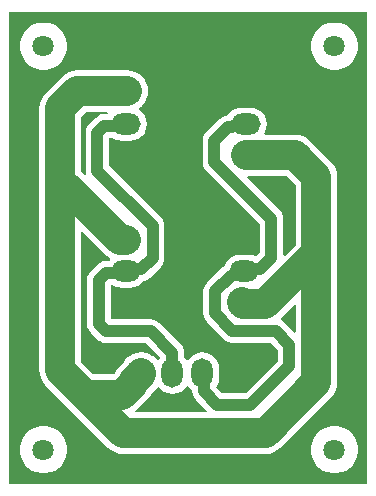
<source format=gbl>
G04*
G04 #@! TF.GenerationSoftware,Altium Limited,Altium Designer,21.0.9 (235)*
G04*
G04 Layer_Physical_Order=2*
G04 Layer_Color=16711680*
%FSLAX44Y44*%
%MOMM*%
G71*
G04*
G04 #@! TF.SameCoordinates,F21B556D-83EB-44B0-A9CA-D88D57BBD4D0*
G04*
G04*
G04 #@! TF.FilePolarity,Positive*
G04*
G01*
G75*
%ADD10C,2.5000*%
%ADD11C,1.0000*%
%ADD12O,1.8000X2.5000*%
%ADD13R,2.0000X2.5000*%
%ADD14C,1.8000*%
%ADD15R,2.5000X2.0000*%
%ADD16O,2.5000X1.8000*%
G36*
X303530Y0D02*
X0D01*
Y400050D01*
X303530D01*
Y0D01*
D02*
G37*
%LPC*%
G36*
X277560Y390840D02*
X273620D01*
X269756Y390071D01*
X266117Y388564D01*
X262841Y386375D01*
X260055Y383589D01*
X257866Y380313D01*
X256359Y376674D01*
X255590Y372810D01*
Y368870D01*
X256359Y365006D01*
X257866Y361367D01*
X260055Y358091D01*
X262841Y355305D01*
X266117Y353116D01*
X269756Y351609D01*
X273620Y350840D01*
X277560D01*
X281424Y351609D01*
X285063Y353116D01*
X288339Y355305D01*
X291125Y358091D01*
X293314Y361367D01*
X294821Y365006D01*
X295590Y368870D01*
Y372810D01*
X294821Y376674D01*
X293314Y380313D01*
X291125Y383589D01*
X288339Y386375D01*
X285063Y388564D01*
X281424Y390071D01*
X277560Y390840D01*
D02*
G37*
G36*
X31180D02*
X27240D01*
X23376Y390071D01*
X19736Y388564D01*
X16461Y386375D01*
X13675Y383589D01*
X11486Y380313D01*
X9979Y376674D01*
X9210Y372810D01*
Y368870D01*
X9979Y365006D01*
X11486Y361367D01*
X13675Y358091D01*
X16461Y355305D01*
X19736Y353116D01*
X23376Y351609D01*
X27240Y350840D01*
X31180D01*
X35044Y351609D01*
X38684Y353116D01*
X41959Y355305D01*
X44745Y358091D01*
X46934Y361367D01*
X48441Y365006D01*
X49210Y368870D01*
Y372810D01*
X48441Y376674D01*
X46934Y380313D01*
X44745Y383589D01*
X41959Y386375D01*
X38684Y388564D01*
X35044Y390071D01*
X31180Y390840D01*
D02*
G37*
G36*
X100160Y350325D02*
X57825D01*
X54394Y349987D01*
X51095Y348986D01*
X48055Y347361D01*
X45390Y345174D01*
X30746Y330530D01*
X28559Y327865D01*
X26934Y324825D01*
X25933Y321526D01*
X25595Y318095D01*
Y251460D01*
Y96520D01*
X25933Y93089D01*
X26934Y89791D01*
X28559Y86750D01*
X30746Y84086D01*
X51701Y63131D01*
X84086Y30746D01*
X86750Y28559D01*
X89791Y26934D01*
X93089Y25933D01*
X96520Y25595D01*
X217420D01*
X220850Y25933D01*
X224149Y26934D01*
X227189Y28559D01*
X229854Y30746D01*
X272784Y73676D01*
X274971Y76341D01*
X276596Y79381D01*
X277597Y82680D01*
X277935Y86110D01*
Y195580D01*
Y260350D01*
X277597Y263781D01*
X276596Y267079D01*
X274971Y270119D01*
X272784Y272784D01*
X254834Y290734D01*
X252169Y292921D01*
X249129Y294546D01*
X245831Y295547D01*
X242400Y295885D01*
X216401D01*
X215840Y297024D01*
X216389Y297740D01*
X217800Y301145D01*
X218281Y304800D01*
X217800Y308455D01*
X216389Y311860D01*
X214145Y314785D01*
X211220Y317029D01*
X207815Y318440D01*
X204160Y318921D01*
X197160D01*
X193505Y318440D01*
X190100Y317029D01*
X187175Y314785D01*
X185352Y312408D01*
X182891Y312085D01*
X180459Y311077D01*
X178370Y309474D01*
X166858Y297962D01*
X165255Y295873D01*
X164247Y293440D01*
X163904Y290830D01*
Y273050D01*
X164247Y270439D01*
X165255Y268007D01*
X166858Y265918D01*
X212164Y220612D01*
Y195948D01*
X209126Y192910D01*
X206545Y193980D01*
X202890Y194461D01*
X195890D01*
X192235Y193980D01*
X188830Y192569D01*
X185905Y190325D01*
X183661Y187400D01*
X182684Y185042D01*
X180638Y183472D01*
X167458Y170292D01*
X165855Y168203D01*
X164847Y165770D01*
X164503Y163160D01*
Y144520D01*
X164847Y141910D01*
X165855Y139477D01*
X167458Y137388D01*
X182078Y122768D01*
X184167Y121165D01*
X186600Y120157D01*
X189210Y119814D01*
X221522D01*
X227404Y113932D01*
Y104508D01*
X200292Y77396D01*
X180708D01*
X175462Y82642D01*
X176059Y83420D01*
X177470Y86825D01*
X177951Y90480D01*
Y97480D01*
X177470Y101135D01*
X176059Y104540D01*
X173815Y107465D01*
X170890Y109709D01*
X167485Y111120D01*
X163830Y111601D01*
X160175Y111120D01*
X156770Y109709D01*
X153845Y107465D01*
X151882Y104907D01*
X151539Y104804D01*
X150721D01*
X150378Y104907D01*
X148415Y107465D01*
X148391Y107484D01*
Y111295D01*
X148047Y113906D01*
X147039Y116339D01*
X145436Y118428D01*
X127192Y136672D01*
X125103Y138275D01*
X122670Y139283D01*
X120060Y139626D01*
X86286D01*
Y168723D01*
X87702D01*
X88500Y168111D01*
X91905Y166700D01*
X95560Y166219D01*
X102560D01*
X106215Y166700D01*
X109620Y168111D01*
X112545Y170355D01*
X113824Y172022D01*
X114631Y172128D01*
X117064Y173136D01*
X119153Y174739D01*
X128692Y184278D01*
X130295Y186367D01*
X131303Y188799D01*
X131646Y191410D01*
Y218800D01*
X131303Y221411D01*
X130295Y223843D01*
X128692Y225932D01*
X85016Y269608D01*
Y293183D01*
X87702D01*
X88500Y292571D01*
X91905Y291160D01*
X95560Y290679D01*
X102560D01*
X106215Y291160D01*
X109620Y292571D01*
X112545Y294815D01*
X114789Y297740D01*
X116200Y301145D01*
X116681Y304800D01*
X116200Y308455D01*
X114789Y311860D01*
X112545Y314785D01*
X110016Y316725D01*
X109943Y317906D01*
X109944Y317914D01*
X110056Y318223D01*
X111605Y319494D01*
X112545Y320215D01*
X112906Y320685D01*
X114781Y322971D01*
X116406Y326011D01*
X117407Y329309D01*
X117745Y332740D01*
X117407Y336171D01*
X116406Y339469D01*
X114781Y342509D01*
X112594Y345174D01*
X109930Y347361D01*
X106889Y348986D01*
X103591Y349987D01*
X100160Y350325D01*
D02*
G37*
G36*
X277560Y49210D02*
X273620D01*
X269756Y48441D01*
X266117Y46934D01*
X262841Y44745D01*
X260055Y41959D01*
X257866Y38684D01*
X256359Y35044D01*
X255590Y31180D01*
Y27240D01*
X256359Y23376D01*
X257866Y19736D01*
X260055Y16461D01*
X262841Y13675D01*
X266117Y11486D01*
X269756Y9979D01*
X273620Y9210D01*
X277560D01*
X281424Y9979D01*
X285063Y11486D01*
X288339Y13675D01*
X291125Y16461D01*
X293314Y19736D01*
X294821Y23376D01*
X295590Y27240D01*
Y31180D01*
X294821Y35044D01*
X293314Y38684D01*
X291125Y41959D01*
X288339Y44745D01*
X285063Y46934D01*
X281424Y48441D01*
X277560Y49210D01*
D02*
G37*
G36*
X31180D02*
X27240D01*
X23376Y48441D01*
X19736Y46934D01*
X16461Y44745D01*
X13675Y41959D01*
X11486Y38684D01*
X9979Y35044D01*
X9210Y31180D01*
Y27240D01*
X9979Y23376D01*
X11486Y19736D01*
X13675Y16461D01*
X16461Y13675D01*
X19736Y11486D01*
X23376Y9979D01*
X27240Y9210D01*
X31180D01*
X35044Y9979D01*
X38684Y11486D01*
X41959Y13675D01*
X44745Y16461D01*
X46934Y19736D01*
X48441Y23376D01*
X49210Y27240D01*
Y31180D01*
X48441Y35044D01*
X46934Y38684D01*
X44745Y41959D01*
X41959Y44745D01*
X38684Y46934D01*
X35044Y48441D01*
X31180Y49210D01*
D02*
G37*
%LPD*%
G36*
X84070Y313885D02*
X83730Y313356D01*
X80788D01*
X78177Y313012D01*
X75745Y312004D01*
X73656Y310401D01*
X67798Y304543D01*
X66195Y302455D01*
X65187Y300022D01*
X64844Y297411D01*
Y265430D01*
X65187Y262819D01*
X65437Y262218D01*
X64360Y261499D01*
X61964Y263894D01*
X60765Y264879D01*
Y310812D01*
X65108Y315155D01*
X83375D01*
X84070Y313885D01*
D02*
G37*
G36*
X242765Y253066D02*
Y202864D01*
X233510Y193608D01*
X232336Y194094D01*
Y224790D01*
X231993Y227400D01*
X230985Y229833D01*
X229382Y231922D01*
X201762Y259542D01*
X202248Y260715D01*
X235116D01*
X242765Y253066D01*
D02*
G37*
G36*
Y151468D02*
Y128758D01*
X241592Y128272D01*
X232832Y137032D01*
X230743Y138635D01*
X230100Y138901D01*
X229969Y140330D01*
X241592Y151953D01*
X242765Y151468D01*
D02*
G37*
G36*
X81716Y194406D02*
X84381Y192219D01*
X85506Y191617D01*
X85579Y190730D01*
X85475Y190194D01*
X84478Y188896D01*
X82058D01*
X79447Y188552D01*
X77015Y187544D01*
X74926Y185941D01*
X69068Y180084D01*
X67465Y177995D01*
X66457Y175562D01*
X66114Y172951D01*
Y135398D01*
X66457Y132787D01*
X67465Y130355D01*
X69068Y128266D01*
X74926Y122408D01*
X77015Y120805D01*
X79447Y119797D01*
X82058Y119454D01*
X115882D01*
X128196Y107140D01*
X126850Y105387D01*
X125229Y105360D01*
X124364Y106414D01*
X121699Y108601D01*
X121154Y108892D01*
X120090Y109709D01*
X116685Y111120D01*
X113030Y111601D01*
X112402Y111518D01*
X111930Y111565D01*
X108499Y111227D01*
X105201Y110226D01*
X102161Y108601D01*
X99496Y106414D01*
X97309Y103750D01*
X96594Y102413D01*
X92976Y98794D01*
X90789Y96130D01*
X89879Y94428D01*
X88601Y93150D01*
X71419D01*
X60765Y103804D01*
Y213697D01*
X61938Y214184D01*
X81716Y194406D01*
D02*
G37*
G36*
X151882Y83054D02*
X153845Y80495D01*
X155274Y79398D01*
Y78479D01*
X155618Y75869D01*
X156626Y73436D01*
X158229Y71347D01*
X167638Y61938D01*
X167152Y60765D01*
X107438D01*
X106984Y62035D01*
X108319Y63131D01*
X117844Y72656D01*
X120031Y75321D01*
X120941Y77022D01*
X124364Y80446D01*
X125845Y82250D01*
X127115Y82229D01*
X128445Y80495D01*
X131370Y78251D01*
X134775Y76840D01*
X138430Y76359D01*
X142085Y76840D01*
X145490Y78251D01*
X148415Y80495D01*
X150378Y83054D01*
X150721Y83156D01*
X151539D01*
X151882Y83054D01*
D02*
G37*
D10*
X260350Y86110D02*
Y195580D01*
X217420Y43180D02*
X260350Y86110D01*
X96520Y43180D02*
X217420D01*
X242400Y278300D02*
X260350Y260350D01*
X200560Y278300D02*
X242400D01*
X198530Y152400D02*
X217170D01*
X197090Y153840D02*
X198530Y152400D01*
X111930Y92880D02*
Y93980D01*
X57825Y332740D02*
X100160D01*
X260350Y195580D02*
Y260350D01*
X43180Y251460D02*
Y318095D01*
X57825Y332740D01*
X105410Y85090D02*
Y86360D01*
X111930Y92880D01*
X43180Y96520D02*
Y251460D01*
X49530D02*
X94150Y206840D01*
X99060D01*
X43180Y251460D02*
X49530D01*
X43180Y96520D02*
X64135Y75565D01*
X96520Y43180D01*
X95885Y75565D02*
X105410Y85090D01*
X217170Y152400D02*
X260350Y195580D01*
X64135Y75565D02*
X95885D01*
D11*
X204470Y67310D02*
X237490Y100330D01*
X225700Y129900D02*
X237490Y118110D01*
Y100330D02*
Y118110D01*
X189210Y129900D02*
X225700D01*
X176530Y67310D02*
X204470D01*
X174590Y144520D02*
X189210Y129900D01*
X174590Y163160D02*
X187770Y176340D01*
X174590Y144520D02*
Y163160D01*
X165361Y78479D02*
Y92449D01*
Y78479D02*
X176530Y67310D01*
X163830Y93980D02*
X165361Y92449D01*
X173990Y290830D02*
X185502Y302342D01*
X173990Y273050D02*
X222250Y224790D01*
X173990Y273050D02*
Y290830D01*
X74930Y297411D02*
X80788Y303269D01*
X97529D01*
X74930Y265430D02*
X121560Y218800D01*
X74930Y265430D02*
Y297411D01*
X222250Y191770D02*
Y224790D01*
X199129Y303269D02*
X200660Y304800D01*
X189045Y302342D02*
X189972Y303269D01*
X185502Y302342D02*
X189045D01*
X189972Y303269D02*
X199129D01*
X193725Y180340D02*
X199390D01*
X121560Y191410D02*
Y218800D01*
X100591Y181871D02*
X112021D01*
X99060Y180340D02*
X100591Y181871D01*
X112021D02*
X121560Y191410D01*
X76200Y172951D02*
X82058Y178809D01*
X76200Y135398D02*
X82058Y129540D01*
X76200Y135398D02*
Y172951D01*
X82058Y129540D02*
X120060D01*
X82058Y178809D02*
X101029D01*
X138304Y94106D02*
X138430Y93980D01*
X138304Y94106D02*
Y111295D01*
X120060Y129540D02*
X138304Y111295D01*
X199390Y181871D02*
X212351D01*
X222250Y191770D01*
X97529Y303269D02*
X99060Y304800D01*
D12*
X138430Y93980D02*
D03*
X163830D02*
D03*
X113030D02*
D03*
D13*
X189230D02*
D03*
D14*
X275590Y370840D02*
D03*
X29210D02*
D03*
Y29210D02*
D03*
X275590D02*
D03*
D15*
X200660Y330200D02*
D03*
X99060Y279400D02*
D03*
X199390Y205740D02*
D03*
X99060Y154940D02*
D03*
D16*
X200660Y304800D02*
D03*
Y279400D02*
D03*
X99060Y304800D02*
D03*
Y330200D02*
D03*
X199390Y180340D02*
D03*
Y154940D02*
D03*
X99060Y180340D02*
D03*
Y205740D02*
D03*
M02*

</source>
